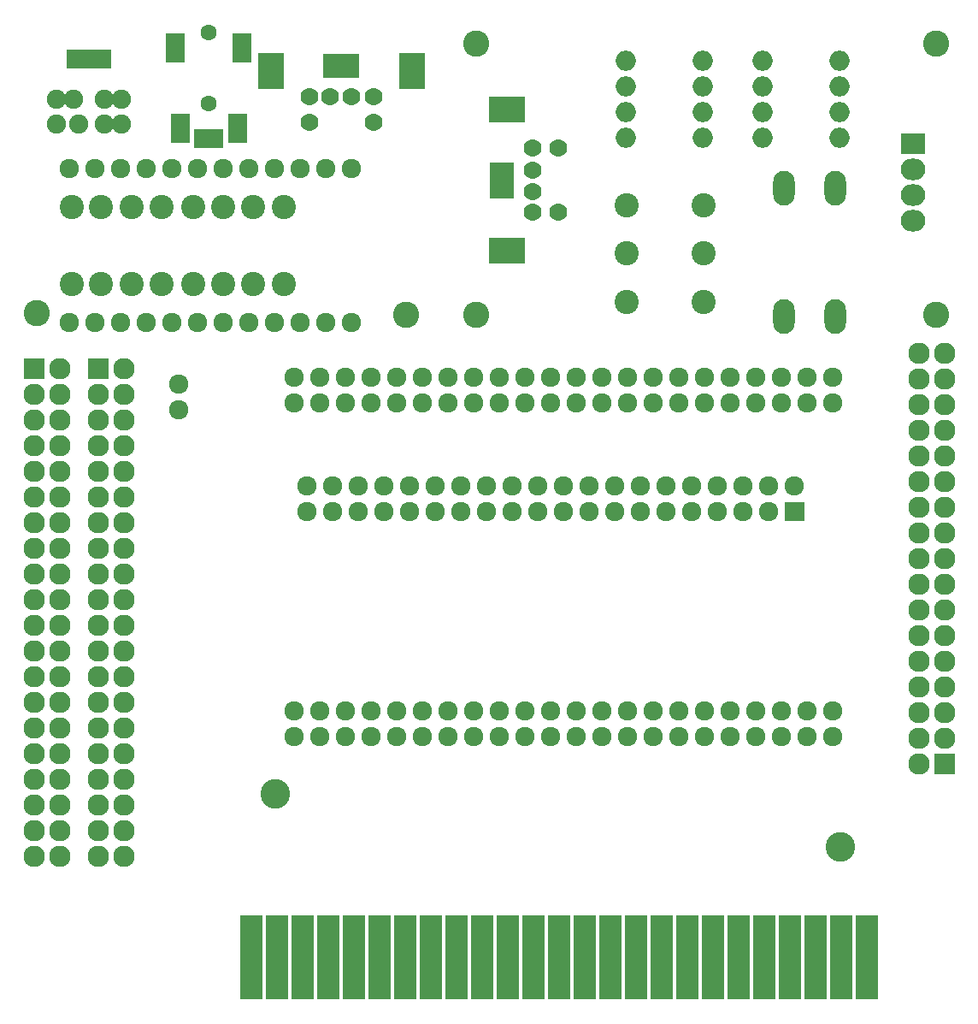
<source format=gbr>
G04 #@! TF.FileFunction,Soldermask,Bot*
%FSLAX46Y46*%
G04 Gerber Fmt 4.6, Leading zero omitted, Abs format (unit mm)*
G04 Created by KiCad (PCBNEW 4.0.2-stable) date 2016-05-24 오전 1:59:57*
%MOMM*%
G01*
G04 APERTURE LIST*
%ADD10C,0.100000*%
%ADD11C,2.600000*%
%ADD12C,2.940000*%
%ADD13R,2.200000X8.400000*%
%ADD14C,1.924000*%
%ADD15R,2.127200X2.127200*%
%ADD16O,2.127200X2.127200*%
%ADD17C,2.398980*%
%ADD18C,1.771600*%
%ADD19R,3.600400X2.398980*%
%ADD20R,2.569160X3.600400*%
%ADD21C,1.900000*%
%ADD22R,4.400000X1.924000*%
%ADD23C,1.600000*%
%ADD24R,2.900000X1.900000*%
%ADD25R,1.900000X2.900000*%
%ADD26R,2.400000X3.600000*%
%ADD27R,3.600400X2.569160*%
%ADD28R,2.432000X2.127200*%
%ADD29O,2.432000X2.127200*%
%ADD30O,2.000000X2.000000*%
%ADD31O,2.127200X3.448000*%
G04 APERTURE END LIST*
D10*
D11*
X93959000Y-74900000D03*
X130559000Y-75100000D03*
X137459000Y-75100000D03*
X137500000Y-48200000D03*
X183000000Y-48200000D03*
D12*
X173573640Y-127707440D03*
D13*
X176189840Y-138637440D03*
X173649840Y-138637440D03*
X171109840Y-138637440D03*
X168569840Y-138637440D03*
X166029840Y-138637440D03*
X163489840Y-138637440D03*
X160949840Y-138637440D03*
X158409840Y-138637440D03*
X155869840Y-138637440D03*
X153329840Y-138637440D03*
X150789840Y-138637440D03*
X148249840Y-138637440D03*
X145709840Y-138637440D03*
X143169840Y-138637440D03*
X140629840Y-138637440D03*
X138089840Y-138637440D03*
X135549840Y-138637440D03*
X133009840Y-138637440D03*
X130469840Y-138637440D03*
X127929840Y-138637440D03*
X125389840Y-138637440D03*
X122849840Y-138637440D03*
X120309840Y-138637440D03*
X117769840Y-138637440D03*
X115229840Y-138637440D03*
D12*
X117579340Y-122500440D03*
D14*
X172820000Y-116840000D03*
X172820000Y-114300000D03*
X170280000Y-116840000D03*
X170280000Y-114300000D03*
X167740000Y-116840000D03*
X167740000Y-114300000D03*
X165200000Y-116840000D03*
X165200000Y-114300000D03*
X162660000Y-116840000D03*
X162660000Y-114300000D03*
X160120000Y-116840000D03*
X160120000Y-114300000D03*
X157580000Y-116840000D03*
X157580000Y-114300000D03*
X155040000Y-116840000D03*
X155040000Y-114300000D03*
X152500000Y-116840000D03*
X152500000Y-114300000D03*
X149960000Y-116840000D03*
X149960000Y-114300000D03*
X147420000Y-116840000D03*
X147420000Y-114300000D03*
X144880000Y-116840000D03*
X144880000Y-114300000D03*
X142340000Y-116840000D03*
X142340000Y-114300000D03*
X139800000Y-116840000D03*
X139800000Y-114300000D03*
X137260000Y-116840000D03*
X137260000Y-114300000D03*
X134720000Y-116840000D03*
X134720000Y-114300000D03*
X132180000Y-116840000D03*
X132180000Y-114300000D03*
X129640000Y-116840000D03*
X129640000Y-114300000D03*
X127100000Y-116840000D03*
X127100000Y-114300000D03*
X124560000Y-116840000D03*
X124560000Y-114300000D03*
X122020000Y-116840000D03*
X122020000Y-114300000D03*
X119480000Y-116840000D03*
X119480000Y-114300000D03*
X119480000Y-81280000D03*
X119480000Y-83820000D03*
X122020000Y-81280000D03*
X122020000Y-83820000D03*
X124560000Y-81280000D03*
X124560000Y-83820000D03*
X127100000Y-81280000D03*
X127100000Y-83820000D03*
X129640000Y-81280000D03*
X129640000Y-83820000D03*
X132180000Y-81280000D03*
X132180000Y-83820000D03*
X134720000Y-81280000D03*
X134720000Y-83820000D03*
X137260000Y-81280000D03*
X137260000Y-83820000D03*
X139800000Y-81280000D03*
X139800000Y-83820000D03*
X142340000Y-81280000D03*
X142340000Y-83820000D03*
X144880000Y-81280000D03*
X144880000Y-83820000D03*
X147420000Y-81280000D03*
X147420000Y-83820000D03*
X149960000Y-81280000D03*
X149960000Y-83820000D03*
X152500000Y-81280000D03*
X152500000Y-83820000D03*
X155040000Y-81280000D03*
X155040000Y-83820000D03*
X157580000Y-81280000D03*
X157580000Y-83820000D03*
X160120000Y-81280000D03*
X160120000Y-83820000D03*
X162660000Y-81280000D03*
X162660000Y-83820000D03*
X165200000Y-81280000D03*
X165200000Y-83820000D03*
X167740000Y-81280000D03*
X167740000Y-83820000D03*
X170280000Y-81280000D03*
X170280000Y-83820000D03*
X172820000Y-81280000D03*
X172820000Y-83820000D03*
X108050000Y-81915000D03*
X108050000Y-84455000D03*
D10*
G36*
X168048000Y-95502000D02*
X168048000Y-93578000D01*
X169972000Y-93578000D01*
X169972000Y-95502000D01*
X168048000Y-95502000D01*
X168048000Y-95502000D01*
G37*
D14*
X169010000Y-92000000D03*
X166470000Y-94540000D03*
X166470000Y-92000000D03*
X163930000Y-94540000D03*
X163930000Y-92000000D03*
X161390000Y-94540000D03*
X161390000Y-92000000D03*
X158850000Y-94540000D03*
X158850000Y-92000000D03*
X156310000Y-94540000D03*
X156310000Y-92000000D03*
X153770000Y-94540000D03*
X153770000Y-92000000D03*
X151230000Y-94540000D03*
X151230000Y-92000000D03*
X148690000Y-94540000D03*
X148690000Y-92000000D03*
X146150000Y-94540000D03*
X146150000Y-92000000D03*
X143610000Y-94540000D03*
X143610000Y-92000000D03*
X141070000Y-94540000D03*
X141070000Y-92000000D03*
X138530000Y-94540000D03*
X138530000Y-92000000D03*
X135990000Y-94540000D03*
X135990000Y-92000000D03*
X133450000Y-94540000D03*
X133450000Y-92000000D03*
X130910000Y-94540000D03*
X130910000Y-92000000D03*
X128370000Y-94540000D03*
X128370000Y-92000000D03*
X125830000Y-94540000D03*
X125830000Y-92000000D03*
X123290000Y-94540000D03*
X123290000Y-92000000D03*
X120750000Y-94540000D03*
X120750000Y-92000000D03*
D15*
X183850000Y-119480000D03*
D16*
X181310000Y-119480000D03*
X183850000Y-116940000D03*
X181310000Y-116940000D03*
X183850000Y-114400000D03*
X181310000Y-114400000D03*
X183850000Y-111860000D03*
X181310000Y-111860000D03*
X183850000Y-109320000D03*
X181310000Y-109320000D03*
X183850000Y-106780000D03*
X181310000Y-106780000D03*
X183850000Y-104240000D03*
X181310000Y-104240000D03*
X183850000Y-101700000D03*
X181310000Y-101700000D03*
X183850000Y-99160000D03*
X181310000Y-99160000D03*
X183850000Y-96620000D03*
X181310000Y-96620000D03*
X183850000Y-94080000D03*
X181310000Y-94080000D03*
X183850000Y-91540000D03*
X181310000Y-91540000D03*
X183850000Y-89000000D03*
X181310000Y-89000000D03*
X183850000Y-86460000D03*
X181310000Y-86460000D03*
X183850000Y-83920000D03*
X181310000Y-83920000D03*
X183850000Y-81380000D03*
X181310000Y-81380000D03*
X183850000Y-78840000D03*
X181310000Y-78840000D03*
D15*
X100100000Y-80400000D03*
D16*
X102640000Y-80400000D03*
X100100000Y-82940000D03*
X102640000Y-82940000D03*
X100100000Y-85480000D03*
X102640000Y-85480000D03*
X100100000Y-88020000D03*
X102640000Y-88020000D03*
X100100000Y-90560000D03*
X102640000Y-90560000D03*
X100100000Y-93100000D03*
X102640000Y-93100000D03*
X100100000Y-95640000D03*
X102640000Y-95640000D03*
X100100000Y-98180000D03*
X102640000Y-98180000D03*
X100100000Y-100720000D03*
X102640000Y-100720000D03*
X100100000Y-103260000D03*
X102640000Y-103260000D03*
X100100000Y-105800000D03*
X102640000Y-105800000D03*
X100100000Y-108340000D03*
X102640000Y-108340000D03*
X100100000Y-110880000D03*
X102640000Y-110880000D03*
X100100000Y-113420000D03*
X102640000Y-113420000D03*
X100100000Y-115960000D03*
X102640000Y-115960000D03*
X100100000Y-118500000D03*
X102640000Y-118500000D03*
X100100000Y-121040000D03*
X102640000Y-121040000D03*
X100100000Y-123580000D03*
X102640000Y-123580000D03*
X100100000Y-126120000D03*
X102640000Y-126120000D03*
X100100000Y-128660000D03*
X102640000Y-128660000D03*
D15*
X93700000Y-80400000D03*
D16*
X96240000Y-80400000D03*
X93700000Y-82940000D03*
X96240000Y-82940000D03*
X93700000Y-85480000D03*
X96240000Y-85480000D03*
X93700000Y-88020000D03*
X96240000Y-88020000D03*
X93700000Y-90560000D03*
X96240000Y-90560000D03*
X93700000Y-93100000D03*
X96240000Y-93100000D03*
X93700000Y-95640000D03*
X96240000Y-95640000D03*
X93700000Y-98180000D03*
X96240000Y-98180000D03*
X93700000Y-100720000D03*
X96240000Y-100720000D03*
X93700000Y-103260000D03*
X96240000Y-103260000D03*
X93700000Y-105800000D03*
X96240000Y-105800000D03*
X93700000Y-108340000D03*
X96240000Y-108340000D03*
X93700000Y-110880000D03*
X96240000Y-110880000D03*
X93700000Y-113420000D03*
X96240000Y-113420000D03*
X93700000Y-115960000D03*
X96240000Y-115960000D03*
X93700000Y-118500000D03*
X96240000Y-118500000D03*
X93700000Y-121040000D03*
X96240000Y-121040000D03*
X93700000Y-123580000D03*
X96240000Y-123580000D03*
X93700000Y-126120000D03*
X96240000Y-126120000D03*
X93700000Y-128660000D03*
X96240000Y-128660000D03*
D17*
X118427000Y-72011000D03*
X118427000Y-64391000D03*
D18*
X125143000Y-53481000D03*
X122984000Y-53481000D03*
X120952000Y-56021000D03*
X127302000Y-56021000D03*
X127302000Y-53481000D03*
X120952000Y-53481000D03*
D19*
X124127000Y-50433000D03*
D20*
X117142000Y-50941000D03*
X131112000Y-50941000D03*
D21*
X102377000Y-56211000D03*
X100627000Y-56211000D03*
X98127000Y-56211000D03*
X97627000Y-53711000D03*
X95877000Y-56211000D03*
X95877000Y-53711000D03*
X102377000Y-53711000D03*
D22*
X99127000Y-49711000D03*
D21*
X100627000Y-53711000D03*
D23*
X111027000Y-54111000D03*
D24*
X111027000Y-57661000D03*
D25*
X108177000Y-56611000D03*
X107727000Y-48611000D03*
X113877000Y-56611000D03*
X114327000Y-48611000D03*
D23*
X111027000Y-47111000D03*
D14*
X125097000Y-60591000D03*
X122557000Y-60591000D03*
X120017000Y-60591000D03*
X117477000Y-60591000D03*
X114937000Y-60591000D03*
X112397000Y-60591000D03*
X109857000Y-60591000D03*
X107317000Y-60591000D03*
X104777000Y-60591000D03*
X102237000Y-60591000D03*
X99697000Y-60591000D03*
X97157000Y-60591000D03*
X97157000Y-75831000D03*
X99697000Y-75831000D03*
X102237000Y-75831000D03*
X104777000Y-75831000D03*
X107317000Y-75831000D03*
X109857000Y-75831000D03*
X112397000Y-75831000D03*
X114937000Y-75831000D03*
X117477000Y-75831000D03*
X120017000Y-75831000D03*
X122557000Y-75831000D03*
X125097000Y-75831000D03*
D17*
X112427000Y-72011000D03*
X112427000Y-64391000D03*
X115427000Y-72011000D03*
X115427000Y-64391000D03*
X109427000Y-64411000D03*
X109427000Y-72031000D03*
X106327000Y-64411000D03*
X106327000Y-72031000D03*
X103327000Y-64411000D03*
X103327000Y-72031000D03*
X100327000Y-64411000D03*
X100327000Y-72031000D03*
X97427000Y-64411000D03*
X97427000Y-72031000D03*
D18*
X143080000Y-60714000D03*
X143080000Y-62873000D03*
X145620000Y-64905000D03*
X145620000Y-58555000D03*
X143080000Y-58555000D03*
X143080000Y-64905000D03*
D26*
X140032000Y-61730000D03*
D27*
X140540000Y-68715000D03*
X140540000Y-54745000D03*
D28*
X180770000Y-58170000D03*
D29*
X180770000Y-60710000D03*
X180770000Y-63250000D03*
X180770000Y-65790000D03*
D17*
X152400000Y-64262000D03*
X160020000Y-64262000D03*
X152400000Y-68961000D03*
X160020000Y-68961000D03*
X152400000Y-73787000D03*
X160020000Y-73787000D03*
D30*
X165862000Y-49911000D03*
X165862000Y-52451000D03*
X165862000Y-54991000D03*
X165862000Y-57531000D03*
X173482000Y-57531000D03*
X173482000Y-54991000D03*
X173482000Y-52451000D03*
X173482000Y-49911000D03*
X159893000Y-57531000D03*
X159893000Y-54991000D03*
X159893000Y-52451000D03*
X159893000Y-49911000D03*
X152273000Y-49911000D03*
X152273000Y-52451000D03*
X152273000Y-54991000D03*
X152273000Y-57531000D03*
D31*
X167950000Y-62490000D03*
X173030000Y-62490000D03*
X167950000Y-75190000D03*
X173030000Y-75190000D03*
D11*
X183000000Y-75100000D03*
M02*

</source>
